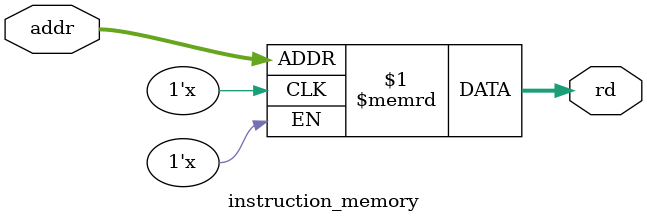
<source format=sv>
module instruction_memory
#(
	parameter INSTR_MEM_SIZE = 64
)

(
	input 	logic [31:0] 	addr,
	output 	logic	[31:0] 	rd
	
);


logic [31:0] mem [INSTR_MEM_SIZE-1:0]; //memory size for instructions

assign rd = mem[addr];

/*
initial begin
	 $readmemh ("program.hex", mem); 	// load program from file "program.hex"
end 
*/

endmodule 
</source>
